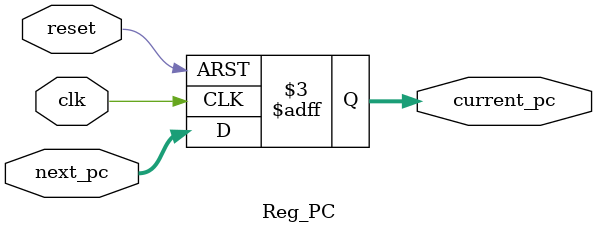
<source format=sv>
module Reg_PC (
input clk,
input reset,
input [31:0] next_pc,
output reg [31:0] current_pc
);
always @(negedge clk or negedge reset) begin
    if(!reset)
        current_pc <= 32'd0;
    else
        current_pc <= next_pc;
end
endmodule
</source>
